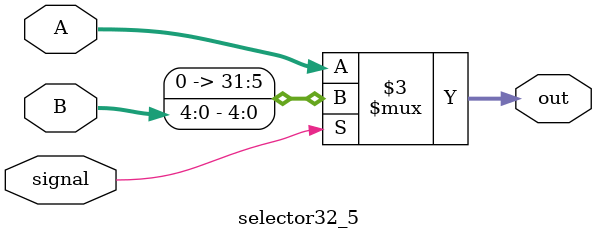
<source format=v>
`timescale 1ns / 1ps


module selector32_5(A,B,signal,out);
  input [31:0] A;
  input [4:0] B;
  input signal;
  output reg [31:0] out;
  always@(A or B or signal)
    out <= (signal == 1'b0 ? A : {{27{1'b0}},B[4:0]});
endmodule


</source>
